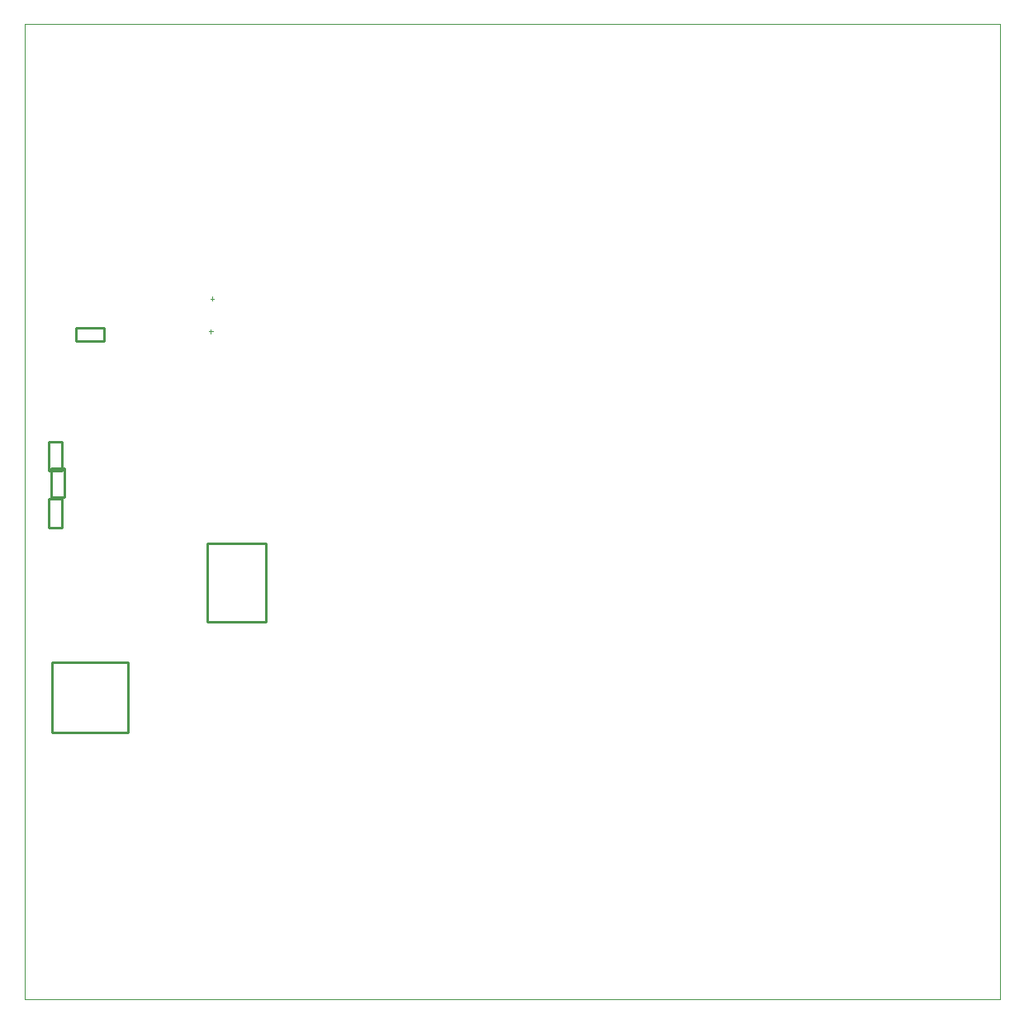
<source format=gm1>
G04 Layer_Color=16711935*
%FSLAX25Y25*%
%MOIN*%
G70*
G01*
G75*
%ADD53C,0.01000*%
%ADD90C,0.00394*%
%ADD91C,0.00000*%
D53*
X109646Y206299D02*
Y234646D01*
Y206299D02*
X140354D01*
Y234646D01*
X109646D02*
X140354D01*
X130709Y364173D02*
Y369685D01*
X119095Y364173D02*
X130709D01*
X119095D02*
Y369685D01*
X130709D01*
X108169Y300492D02*
X113681D01*
Y288878D02*
Y300492D01*
X108169Y288878D02*
X113681D01*
X108169D02*
Y300492D01*
X172244Y250984D02*
X195866D01*
Y282480D01*
X172244D02*
X195866D01*
X172244Y250984D02*
Y282480D01*
X108169Y323622D02*
X113681D01*
Y312008D02*
Y323622D01*
X108169Y312008D02*
X113681D01*
X108169D02*
Y323622D01*
X109153Y301378D02*
X114665D01*
Y312992D01*
X109153D02*
X114665D01*
X109153Y301378D02*
Y312992D01*
D90*
X174213Y380610D02*
Y382185D01*
X173425Y381398D02*
X175000D01*
X173720Y367327D02*
Y368902D01*
X172932Y368114D02*
X174507D01*
D91*
X98425Y98425D02*
Y492126D01*
Y98425D02*
X492126D01*
Y492126D01*
X98425D02*
X492126D01*
M02*

</source>
